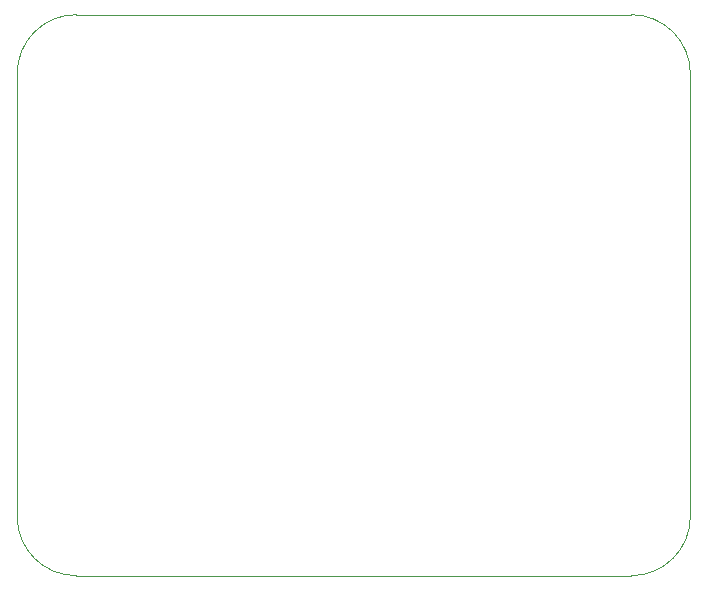
<source format=gm1>
G04 #@! TF.GenerationSoftware,KiCad,Pcbnew,6.0.2+dfsg-1*
G04 #@! TF.CreationDate,2023-01-06T20:52:01-08:00*
G04 #@! TF.ProjectId,RP2040_debugger,52503230-3430-45f6-9465-627567676572,REV1*
G04 #@! TF.SameCoordinates,Original*
G04 #@! TF.FileFunction,Profile,NP*
%FSLAX46Y46*%
G04 Gerber Fmt 4.6, Leading zero omitted, Abs format (unit mm)*
G04 Created by KiCad (PCBNEW 6.0.2+dfsg-1) date 2023-01-06 20:52:01*
%MOMM*%
%LPD*%
G01*
G04 APERTURE LIST*
G04 #@! TA.AperFunction,Profile*
%ADD10C,0.050000*%
G04 #@! TD*
G04 APERTURE END LIST*
D10*
X70000000Y-55000000D02*
G75*
G03*
X65000000Y-60000000I0J-5000000D01*
G01*
X65000000Y-97500000D02*
X65000000Y-60000000D01*
X122000000Y-60000000D02*
X122000000Y-97500000D01*
X65000000Y-97500000D02*
G75*
G03*
X70000000Y-102500000I5000000J0D01*
G01*
X122000000Y-60000000D02*
G75*
G03*
X117000000Y-55000000I-5000000J0D01*
G01*
X117000000Y-55000000D02*
X70000000Y-55000000D01*
X117000000Y-102500000D02*
X70000000Y-102500000D01*
X117000000Y-102500000D02*
G75*
G03*
X122000000Y-97500000I0J5000000D01*
G01*
M02*

</source>
